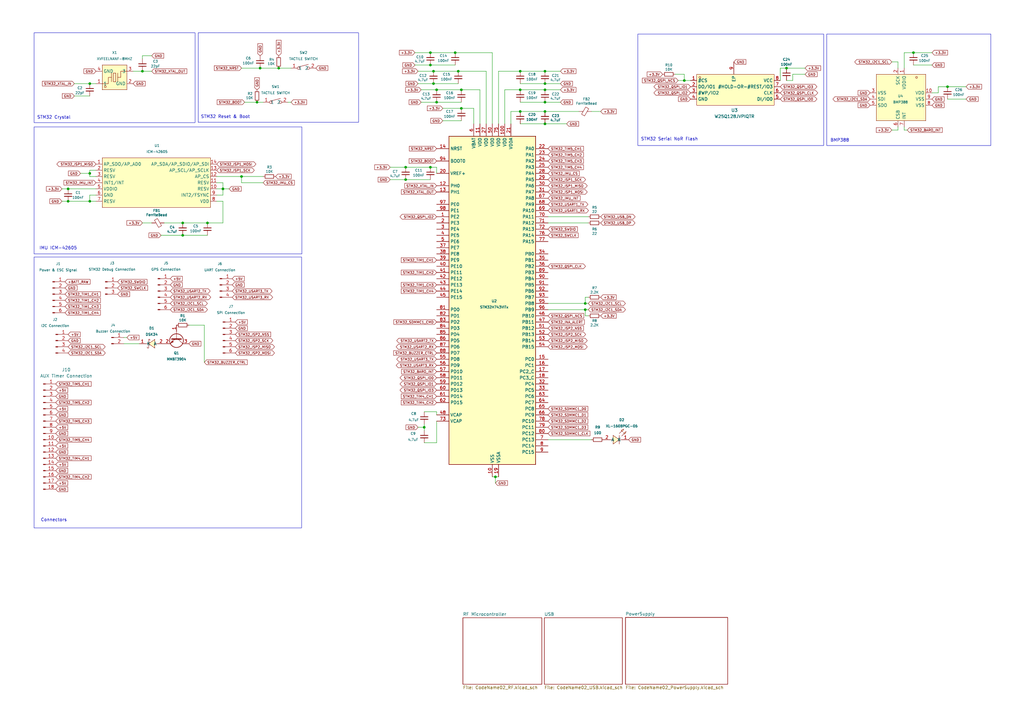
<source format=kicad_sch>
(kicad_sch (version 20250114) (generator "eeschema") (generator_version "9.0")
  (paper "A3")
  (rectangle (start 13.97 52.07) (end 123.825 104.14))
  (rectangle (start 261.62 13.97) (end 337.82 59.69))
  (rectangle (start 13.97 13.462) (end 80.01 50.292))
  (rectangle (start 13.97 105.41) (end 123.698 216.535))
  (rectangle (start 339.09 13.97) (end 406.4 59.69))
  (rectangle (start 81.28 13.462) (end 147.066 50.165))
  (text "STM32 Crystal" (at 22.098 48.26 0) (effects (font (size 1.27 1.27))))
  (text "STM32 Reset & Boot" (at 92.456 48.006 0) (effects (font (size 1.27 1.27))))
  (text "Connectors" (at 22.098 213.36 0) (effects (font (size 1.27 1.27))))
  (text "BMP388" (at 344.424 57.658 0) (effects (font (size 1.27 1.27))))
  (text "STM32 Serial NoR Flash" (at 274.574 57.15 0) (effects (font (size 1.27 1.27))))
  (text "IMU ICM-42605" (at 23.876 101.854 0) (effects (font (size 1.27 1.27))))
  (junction (at 213.36 36.83))
  (junction (at 36.83 82.55))
  (junction (at 74.93 96.52))
  (junction (at 186.69 21.59))
  (junction (at 105.41 41.91))
  (junction (at 99.06 72.39))
  (junction (at 36.83 71.12))
  (junction (at 177.8 34.29))
  (junction (at 91.44 77.47))
  (junction (at 213.36 45.72))
  (junction (at 203.2 195.58))
  (junction (at 213.36 29.21))
  (junction (at 223.52 45.72))
  (junction (at 223.52 36.83))
  (junction (at 177.8 29.21))
  (junction (at 322.58 27.94))
  (junction (at 189.23 36.83))
  (junction (at 74.93 91.44))
  (junction (at 114.3 27.94))
  (junction (at 166.37 73.66))
  (junction (at 223.52 41.91))
  (junction (at 223.52 50.8))
  (junction (at 189.23 44.45))
  (junction (at 374.65 21.59))
  (junction (at 179.07 41.91))
  (junction (at 106.68 27.94))
  (junction (at 36.83 34.29))
  (junction (at 58.42 29.21))
  (junction (at 176.53 68.58))
  (junction (at 173.99 175.26))
  (junction (at 240.03 127))
  (junction (at 223.52 34.29))
  (junction (at 223.52 29.21))
  (junction (at 388.62 35.56))
  (junction (at 176.53 26.67))
  (junction (at 166.37 68.58))
  (junction (at 280.67 33.02))
  (junction (at 187.96 29.21))
  (junction (at 85.09 91.44))
  (junction (at 27.94 82.55))
  (junction (at 179.07 36.83))
  (junction (at 176.53 21.59))
  (junction (at 240.03 124.46))
  (junction (at 27.94 77.47))
  (wire (pts (xy 179.07 41.91) (xy 189.23 41.91)))
  (wire (pts (xy 58.42 22.86) (xy 58.42 24.13)))
  (wire (pts (xy 370.84 53.34) (xy 370.84 52.07)))
  (wire (pts (xy 85.09 91.44) (xy 91.44 91.44)))
  (wire (pts (xy 240.03 127) (xy 241.3 127)))
  (wire (pts (xy 39.37 80.01) (xy 36.83 80.01)))
  (wire (pts (xy 74.93 96.52) (xy 66.04 96.52)))
  (wire (pts (xy 330.2 30.48) (xy 325.12 30.48)))
  (wire (pts (xy 173.99 175.26) (xy 171.45 175.26)))
  (wire (pts (xy 229.87 29.21) (xy 223.52 29.21)))
  (wire (pts (xy 172.72 36.83) (xy 179.07 36.83)))
  (wire (pts (xy 207.01 36.83) (xy 207.01 50.8)))
  (wire (pts (xy 88.9 77.47) (xy 91.44 77.47)))
  (wire (pts (xy 224.79 91.44) (xy 241.3 91.44)))
  (wire (pts (xy 36.83 80.01) (xy 36.83 82.55)))
  (wire (pts (xy 107.95 72.39) (xy 99.06 72.39)))
  (wire (pts (xy 199.39 29.21) (xy 199.39 50.8)))
  (wire (pts (xy 58.42 29.21) (xy 62.23 29.21)))
  (wire (pts (xy 224.79 124.46) (xy 240.03 124.46)))
  (wire (pts (xy 99.06 74.93) (xy 107.95 74.93)))
  (wire (pts (xy 372.11 53.34) (xy 370.84 53.34)))
  (wire (pts (xy 50.8 138.43) (xy 52.07 138.43)))
  (wire (pts (xy 179.07 170.18) (xy 179.07 168.91)))
  (wire (pts (xy 223.52 34.29) (xy 213.36 34.29)))
  (wire (pts (xy 50.8 140.97) (xy 57.15 140.97)))
  (wire (pts (xy 88.9 74.93) (xy 91.44 74.93)))
  (wire (pts (xy 27.94 82.55) (xy 36.83 82.55)))
  (wire (pts (xy 88.9 72.39) (xy 99.06 72.39)))
  (wire (pts (xy 36.83 72.39) (xy 39.37 72.39)))
  (wire (pts (xy 388.62 35.56) (xy 396.24 35.56)))
  (wire (pts (xy 384.81 35.56) (xy 388.62 35.56)))
  (wire (pts (xy 365.76 25.4) (xy 368.3 25.4)))
  (wire (pts (xy 213.36 29.21) (xy 204.47 29.21)))
  (wire (pts (xy 240.03 129.54) (xy 240.03 127)))
  (wire (pts (xy 171.45 34.29) (xy 177.8 34.29)))
  (wire (pts (xy 201.93 195.58) (xy 203.2 195.58)))
  (wire (pts (xy 99.06 74.93) (xy 99.06 72.39)))
  (wire (pts (xy 25.4 82.55) (xy 27.94 82.55)))
  (wire (pts (xy 320.04 33.02) (xy 320.04 27.94)))
  (wire (pts (xy 203.2 195.58) (xy 204.47 195.58)))
  (wire (pts (xy 223.52 29.21) (xy 213.36 29.21)))
  (wire (pts (xy 118.11 41.91) (xy 119.38 41.91)))
  (wire (pts (xy 83.82 133.35) (xy 77.47 133.35)))
  (wire (pts (xy 240.03 124.46) (xy 241.3 124.46)))
  (wire (pts (xy 241.3 129.54) (xy 240.03 129.54)))
  (wire (pts (xy 36.83 34.29) (xy 39.37 34.29)))
  (wire (pts (xy 36.83 82.55) (xy 39.37 82.55)))
  (wire (pts (xy 91.44 82.55) (xy 88.9 82.55)))
  (wire (pts (xy 229.87 36.83) (xy 223.52 36.83)))
  (wire (pts (xy 160.02 73.66) (xy 166.37 73.66)))
  (wire (pts (xy 229.87 34.29) (xy 223.52 34.29)))
  (wire (pts (xy 36.83 71.12) (xy 33.02 71.12)))
  (wire (pts (xy 106.68 27.94) (xy 114.3 27.94)))
  (wire (pts (xy 374.65 21.59) (xy 382.27 21.59)))
  (wire (pts (xy 166.37 68.58) (xy 176.53 68.58)))
  (wire (pts (xy 173.99 173.99) (xy 173.99 175.26)))
  (wire (pts (xy 388.62 40.64) (xy 396.24 40.64)))
  (wire (pts (xy 36.83 69.85) (xy 36.83 71.12)))
  (wire (pts (xy 320.04 27.94) (xy 322.58 27.94)))
  (wire (pts (xy 213.36 36.83) (xy 207.01 36.83)))
  (wire (pts (xy 91.44 80.01) (xy 91.44 77.47)))
  (wire (pts (xy 240.03 121.92) (xy 240.03 124.46)))
  (wire (pts (xy 173.99 175.26) (xy 173.99 176.53)))
  (wire (pts (xy 36.83 69.85) (xy 39.37 69.85)))
  (wire (pts (xy 204.47 29.21) (xy 204.47 50.8)))
  (wire (pts (xy 223.52 41.91) (xy 213.36 41.91)))
  (wire (pts (xy 368.3 25.4) (xy 368.3 27.94)))
  (wire (pts (xy 189.23 44.45) (xy 194.31 44.45)))
  (wire (pts (xy 203.2 198.12) (xy 203.2 195.58)))
  (wire (pts (xy 91.44 77.47) (xy 93.98 77.47)))
  (wire (pts (xy 224.79 127) (xy 240.03 127)))
  (wire (pts (xy 209.55 45.72) (xy 209.55 50.8)))
  (wire (pts (xy 91.44 91.44) (xy 91.44 82.55)))
  (wire (pts (xy 370.84 21.59) (xy 374.65 21.59)))
  (wire (pts (xy 91.44 74.93) (xy 91.44 77.47)))
  (wire (pts (xy 194.31 44.45) (xy 194.31 50.8)))
  (wire (pts (xy 179.07 168.91) (xy 173.99 168.91)))
  (wire (pts (xy 99.06 27.94) (xy 106.68 27.94)))
  (wire (pts (xy 74.93 91.44) (xy 67.31 91.44)))
  (wire (pts (xy 368.3 52.07) (xy 368.3 53.34)))
  (wire (pts (xy 278.13 33.02) (xy 280.67 33.02)))
  (wire (pts (xy 241.3 121.92) (xy 240.03 121.92)))
  (wire (pts (xy 176.53 26.67) (xy 186.69 26.67)))
  (wire (pts (xy 280.67 33.02) (xy 283.21 33.02)))
  (wire (pts (xy 201.93 21.59) (xy 201.93 50.8)))
  (wire (pts (xy 85.09 91.44) (xy 74.93 91.44)))
  (wire (pts (xy 196.85 36.83) (xy 196.85 50.8)))
  (wire (pts (xy 322.58 33.02) (xy 325.12 33.02)))
  (wire (pts (xy 213.36 45.72) (xy 223.52 45.72)))
  (wire (pts (xy 179.07 181.61) (xy 173.99 181.61)))
  (wire (pts (xy 30.48 39.37) (xy 36.83 39.37)))
  (wire (pts (xy 223.52 45.72) (xy 237.49 45.72)))
  (wire (pts (xy 384.81 38.1) (xy 384.81 35.56)))
  (wire (pts (xy 58.42 91.44) (xy 62.23 91.44)))
  (wire (pts (xy 177.8 34.29) (xy 187.96 34.29)))
  (wire (pts (xy 370.84 27.94) (xy 370.84 21.59)))
  (wire (pts (xy 229.87 41.91) (xy 223.52 41.91)))
  (wire (pts (xy 170.18 26.67) (xy 176.53 26.67)))
  (wire (pts (xy 176.53 21.59) (xy 186.69 21.59)))
  (wire (pts (xy 223.52 36.83) (xy 213.36 36.83)))
  (wire (pts (xy 27.94 77.47) (xy 39.37 77.47)))
  (wire (pts (xy 105.41 41.91) (xy 107.95 41.91)))
  (wire (pts (xy 85.09 96.52) (xy 74.93 96.52)))
  (wire (pts (xy 374.65 26.67) (xy 382.27 26.67)))
  (wire (pts (xy 114.3 27.94) (xy 119.38 27.94)))
  (wire (pts (xy 189.23 36.83) (xy 196.85 36.83)))
  (wire (pts (xy 246.38 45.72) (xy 242.57 45.72)))
  (wire (pts (xy 179.07 36.83) (xy 189.23 36.83)))
  (wire (pts (xy 172.72 41.91) (xy 179.07 41.91)))
  (wire (pts (xy 88.9 80.01) (xy 91.44 80.01)))
  (wire (pts (xy 83.82 148.59) (xy 83.82 133.35)))
  (wire (pts (xy 30.48 34.29) (xy 36.83 34.29)))
  (wire (pts (xy 181.61 44.45) (xy 189.23 44.45)))
  (wire (pts (xy 160.02 68.58) (xy 166.37 68.58)))
  (wire (pts (xy 177.8 29.21) (xy 187.96 29.21)))
  (wire (pts (xy 382.27 38.1) (xy 384.81 38.1)))
  (wire (pts (xy 100.33 41.91) (xy 105.41 41.91)))
  (wire (pts (xy 213.36 50.8) (xy 223.52 50.8)))
  (wire (pts (xy 223.52 50.8) (xy 232.41 50.8)))
  (wire (pts (xy 62.23 22.86) (xy 58.42 22.86)))
  (wire (pts (xy 322.58 27.94) (xy 330.2 27.94)))
  (wire (pts (xy 170.18 21.59) (xy 176.53 21.59)))
  (wire (pts (xy 280.67 30.48) (xy 280.67 33.02)))
  (wire (pts (xy 186.69 21.59) (xy 201.93 21.59)))
  (wire (pts (xy 368.3 53.34) (xy 365.76 53.34)))
  (wire (pts (xy 25.4 77.47) (xy 27.94 77.47)))
  (wire (pts (xy 171.45 29.21) (xy 177.8 29.21)))
  (wire (pts (xy 276.86 30.48) (xy 280.67 30.48)))
  (wire (pts (xy 166.37 73.66) (xy 176.53 73.66)))
  (wire (pts (xy 181.61 49.53) (xy 189.23 49.53)))
  (wire (pts (xy 176.53 68.58) (xy 179.07 68.58)))
  (wire (pts (xy 213.36 45.72) (xy 209.55 45.72)))
  (wire (pts (xy 179.07 172.72) (xy 179.07 181.61)))
  (wire (pts (xy 187.96 29.21) (xy 199.39 29.21)))
  (wire (pts (xy 54.61 29.21) (xy 58.42 29.21)))
  (wire (pts (xy 36.83 71.12) (xy 36.83 72.39)))
  (wire (pts (xy 325.12 30.48) (xy 325.12 33.02)))
  (wire (pts (xy 224.79 88.9) (xy 241.3 88.9)))
  (wire (pts (xy 179.07 68.58) (xy 179.07 71.12)))
  (wire (pts (xy 224.79 180.34) (xy 242.57 180.34)))
  (global_label "GND" (shape input) (at 382.27 40.64 0) (effects (font (size 1 1))) (property "Intersheetrefs" "${INTERSHEET_REFS}" (effects (hide yes))))
  (global_label "GND" (shape input) (at 129.54 27.94 0) (effects (font (size 1 1))) (property "Intersheetrefs" "${INTERSHEET_REFS}" (effects (hide yes))))
  (global_label "STM32_BOOT" (shape input) (at 179.07 66.04 180) (effects (font (size 1 1))) (property "Intersheetrefs" "${INTERSHEET_REFS}" (effects (hide yes))))
  (global_label "STM32_SWDIO" (shape input) (at 48.26 115.57 0) (effects (font (size 1 1))) (property "Intersheetrefs" "${INTERSHEET_REFS}" (effects (hide yes))))
  (global_label "STM32_ISP1_MISO" (shape bidirectional) (at 39.37 67.31 180) (effects (font (size 1 1))) (property "Intersheetrefs" "${INTERSHEET_REFS}" (effects (hide yes))))
  (global_label "+5V" (shape input) (at 52.07 138.43 0) (effects (font (size 1 1))) (property "Intersheetrefs" "${INTERSHEET_REFS}" (effects (hide yes))))
  (global_label "+3.3V" (shape input) (at 271.78 30.48 180) (effects (font (size 1 1))) (property "Intersheetrefs" "${INTERSHEET_REFS}" (effects (hide yes))))
  (global_label "STM32_TIM1_CH2" (shape input) (at 179.07 111.76 180) (effects (font (size 1 1))) (property "Intersheetrefs" "${INTERSHEET_REFS}" (effects (hide yes))))
  (global_label "GND" (shape input) (at 96.52 134.62 0) (effects (font (size 1 1))) (property "Intersheetrefs" "${INTERSHEET_REFS}" (effects (hide yes))))
  (global_label "STM32_TIM4_CH1" (shape input) (at 22.86 187.96 0) (effects (font (size 1 1))) (property "Intersheetrefs" "${INTERSHEET_REFS}" (effects (hide yes))))
  (global_label "+3.3V" (shape input) (at 170.18 21.59 180) (effects (font (size 1 1))) (property "Intersheetrefs" "${INTERSHEET_REFS}" (effects (hide yes))))
  (global_label "STM32_QSPI_CLK" (shape bidirectional) (at 224.79 109.22 0) (effects (font (size 1 1))) (property "Intersheetrefs" "${INTERSHEET_REFS}" (effects (hide yes))))
  (global_label "GND" (shape input) (at 229.87 34.29 0) (effects (font (size 1 1))) (property "Intersheetrefs" "${INTERSHEET_REFS}" (effects (hide yes))))
  (global_label "GND" (shape input) (at 22.86 162.56 0) (effects (font (size 1 1))) (property "Intersheetrefs" "${INTERSHEET_REFS}" (effects (hide yes))))
  (global_label "STM32_USART2_RX" (shape bidirectional) (at 69.85 121.92 0) (effects (font (size 1 1))) (property "Intersheetrefs" "${INTERSHEET_REFS}" (effects (hide yes))))
  (global_label "STM32_ISP2_MOSI" (shape bidirectional) (at 96.52 144.78 0) (effects (font (size 1 1))) (property "Intersheetrefs" "${INTERSHEET_REFS}" (effects (hide yes))))
  (global_label "STM32_ISP1_SCK" (shape bidirectional) (at 224.79 73.66 0) (effects (font (size 1 1))) (property "Intersheetrefs" "${INTERSHEET_REFS}" (effects (hide yes))))
  (global_label "STM32_QSPI_NCS" (shape input) (at 278.13 33.02 180) (effects (font (size 1 1))) (property "Intersheetrefs" "${INTERSHEET_REFS}" (effects (hide yes))))
  (global_label "GND" (shape input) (at 356.87 43.18 180) (effects (font (size 1 1))) (property "Intersheetrefs" "${INTERSHEET_REFS}" (effects (hide yes))))
  (global_label "STM32_I2C1_SCL" (shape bidirectional) (at 69.85 124.46 0) (effects (font (size 1 1))) (property "Intersheetrefs" "${INTERSHEET_REFS}" (effects (hide yes))))
  (global_label "STM32_TIM1_CH1" (shape input) (at 179.07 106.68 180) (effects (font (size 1 1))) (property "Intersheetrefs" "${INTERSHEET_REFS}" (effects (hide yes))))
  (global_label "STM32_I2C1_SDA" (shape bidirectional) (at 356.87 40.64 180) (effects (font (size 1 1))) (property "Intersheetrefs" "${INTERSHEET_REFS}" (effects (hide yes))))
  (global_label "GND" (shape input) (at 22.86 200.66 0) (effects (font (size 1 1))) (property "Intersheetrefs" "${INTERSHEET_REFS}" (effects (hide yes))))
  (global_label "+3.3V" (shape input) (at 113.03 72.39 0) (effects (font (size 1 1))) (property "Intersheetrefs" "${INTERSHEET_REFS}" (effects (hide yes))))
  (global_label "+5V" (shape input) (at 27.94 137.16 0) (effects (font (size 1 1))) (property "Intersheetrefs" "${INTERSHEET_REFS}" (effects (hide yes))))
  (global_label "GND" (shape input) (at 382.27 43.18 0) (effects (font (size 1 1))) (property "Intersheetrefs" "${INTERSHEET_REFS}" (effects (hide yes))))
  (global_label "GND" (shape input) (at 69.85 116.84 0) (effects (font (size 1 1))) (property "Intersheetrefs" "${INTERSHEET_REFS}" (effects (hide yes))))
  (global_label "STM32_QSPI_IO0" (shape bidirectional) (at 320.04 40.64 0) (effects (font (size 1 1))) (property "Intersheetrefs" "${INTERSHEET_REFS}" (effects (hide yes))))
  (global_label "+3.3V" (shape input) (at 229.87 29.21 0) (effects (font (size 1 1))) (property "Intersheetrefs" "${INTERSHEET_REFS}" (effects (hide yes))))
  (global_label "STM32_BOOT" (shape input) (at 100.33 41.91 180) (effects (font (size 1 1))) (property "Intersheetrefs" "${INTERSHEET_REFS}" (effects (hide yes))))
  (global_label "GND" (shape input) (at 105.41 36.83 90) (effects (font (size 1 1))) (property "Intersheetrefs" "${INTERSHEET_REFS}" (effects (hide yes))))
  (global_label "+5V" (shape input) (at 69.85 114.3 0) (effects (font (size 1 1))) (property "Intersheetrefs" "${INTERSHEET_REFS}" (effects (hide yes))))
  (global_label "+3.3V" (shape input) (at 160.02 68.58 180) (effects (font (size 1 1))) (property "Intersheetrefs" "${INTERSHEET_REFS}" (effects (hide yes))))
  (global_label "GND" (shape input) (at 181.61 49.53 180) (effects (font (size 1 1))) (property "Intersheetrefs" "${INTERSHEET_REFS}" (effects (hide yes))))
  (global_label "+3.3V" (shape input) (at 382.27 21.59 0) (effects (font (size 1 1))) (property "Intersheetrefs" "${INTERSHEET_REFS}" (effects (hide yes))))
  (global_label "STM32_XTAL_OUT" (shape input) (at 179.07 78.74 180) (effects (font (size 1 1))) (property "Intersheetrefs" "${INTERSHEET_REFS}" (effects (hide yes))))
  (global_label "+3.3V" (shape input) (at 246.38 121.92 0) (effects (font (size 1 1))) (property "Intersheetrefs" "${INTERSHEET_REFS}" (effects (hide yes))))
  (global_label "+3.3V" (shape input) (at 172.72 36.83 180) (effects (font (size 1 1))) (property "Intersheetrefs" "${INTERSHEET_REFS}" (effects (hide yes))))
  (global_label "STM32_INA_ALERT" (shape input) (at 224.79 132.08 0) (effects (font (size 1 1))) (property "Intersheetrefs" "${INTERSHEET_REFS}" (effects (hide yes))))
  (global_label "STM32_I2C1_SDA" (shape bidirectional) (at 27.94 144.78 0) (effects (font (size 1 1))) (property "Intersheetrefs" "${INTERSHEET_REFS}" (effects (hide yes))))
  (global_label "GND" (shape input) (at 22.86 177.8 0) (effects (font (size 1 1))) (property "Intersheetrefs" "${INTERSHEET_REFS}" (effects (hide yes))))
  (global_label "STM32_ISP2_NSS" (shape input) (at 96.52 137.16 0) (effects (font (size 1 1))) (property "Intersheetrefs" "${INTERSHEET_REFS}" (effects (hide yes))))
  (global_label "STM32_SWCLK" (shape input) (at 224.79 96.52 0) (effects (font (size 1 1))) (property "Intersheetrefs" "${INTERSHEET_REFS}" (effects (hide yes))))
  (global_label "STM32_ISP1_MOSI" (shape bidirectional) (at 224.79 78.74 0) (effects (font (size 1 1))) (property "Intersheetrefs" "${INTERSHEET_REFS}" (effects (hide yes))))
  (global_label "+5V" (shape input) (at 22.86 167.64 0) (effects (font (size 1 1))) (property "Intersheetrefs" "${INTERSHEET_REFS}" (effects (hide yes))))
  (global_label "STM32_BUZZER_CTRL" (shape input) (at 179.07 144.78 180) (effects (font (size 1 1))) (property "Intersheetrefs" "${INTERSHEET_REFS}" (effects (hide yes))))
  (global_label "GND" (shape input) (at 25.4 82.55 180) (effects (font (size 1 1))) (property "Intersheetrefs" "${INTERSHEET_REFS}" (effects (hide yes))))
  (global_label "GND" (shape input) (at 356.87 38.1 180) (effects (font (size 1 1))) (property "Intersheetrefs" "${INTERSHEET_REFS}" (effects (hide yes))))
  (global_label "STM32_USART2_TX" (shape bidirectional) (at 69.85 119.38 0) (effects (font (size 1 1))) (property "Intersheetrefs" "${INTERSHEET_REFS}" (effects (hide yes))))
  (global_label "STM32_ISP2_SCK" (shape bidirectional) (at 224.79 137.16 0) (effects (font (size 1 1))) (property "Intersheetrefs" "${INTERSHEET_REFS}" (effects (hide yes))))
  (global_label "GND" (shape input) (at 171.45 175.26 180) (effects (font (size 1 1))) (property "Intersheetrefs" "${INTERSHEET_REFS}" (effects (hide yes))))
  (global_label "+5V" (shape input) (at 22.86 190.5 0) (effects (font (size 1 1))) (property "Intersheetrefs" "${INTERSHEET_REFS}" (effects (hide yes))))
  (global_label "+3.3V" (shape input) (at 330.2 27.94 0) (effects (font (size 1 1))) (property "Intersheetrefs" "${INTERSHEET_REFS}" (effects (hide yes))))
  (global_label "STM32_I2C1_SDA" (shape bidirectional) (at 69.85 127 0) (effects (font (size 1 1))) (property "Intersheetrefs" "${INTERSHEET_REFS}" (effects (hide yes))))
  (global_label "GND" (shape input) (at 93.98 77.47 0) (effects (font (size 1 1))) (property "Intersheetrefs" "${INTERSHEET_REFS}" (effects (hide yes))))
  (global_label "GND" (shape input) (at 39.37 29.21 180) (effects (font (size 1 1))) (property "Intersheetrefs" "${INTERSHEET_REFS}" (effects (hide yes))))
  (global_label "GND" (shape input) (at 27.94 139.7 0) (effects (font (size 1 1))) (property "Intersheetrefs" "${INTERSHEET_REFS}" (effects (hide yes))))
  (global_label "+3.3V" (shape input) (at 396.24 35.56 0) (effects (font (size 1 1))) (property "Intersheetrefs" "${INTERSHEET_REFS}" (effects (hide yes))))
  (global_label "STM32_TIM4_CH2" (shape input) (at 22.86 195.58 0) (effects (font (size 1 1))) (property "Intersheetrefs" "${INTERSHEET_REFS}" (effects (hide yes))))
  (global_label "STM32_ISP1_MOSI" (shape bidirectional) (at 88.9 67.31 0) (effects (font (size 1 1))) (property "Intersheetrefs" "${INTERSHEET_REFS}" (effects (hide yes))))
  (global_label "GND" (shape input) (at 170.18 26.67 180) (effects (font (size 1 1))) (property "Intersheetrefs" "${INTERSHEET_REFS}" (effects (hide yes))))
  (global_label "GND" (shape input) (at 22.86 193.04 0) (effects (font (size 1 1))) (property "Intersheetrefs" "${INTERSHEET_REFS}" (effects (hide yes))))
  (global_label "GND" (shape input) (at 22.86 170.18 0) (effects (font (size 1 1))) (property "Intersheetrefs" "${INTERSHEET_REFS}" (effects (hide yes))))
  (global_label "+3.3V" (shape input) (at 365.76 53.34 180) (effects (font (size 1 1))) (property "Intersheetrefs" "${INTERSHEET_REFS}" (effects (hide yes))))
  (global_label "STM32_I2C1_SCL" (shape bidirectional) (at 365.76 25.4 180) (effects (font (size 1 1))) (property "Intersheetrefs" "${INTERSHEET_REFS}" (effects (hide yes))))
  (global_label "STM32_USART2_TX" (shape bidirectional) (at 179.07 139.7 180) (effects (font (size 1 1))) (property "Intersheetrefs" "${INTERSHEET_REFS}" (effects (hide yes))))
  (global_label "+5V" (shape input) (at 22.86 160.02 0) (effects (font (size 1 1))) (property "Intersheetrefs" "${INTERSHEET_REFS}" (effects (hide yes))))
  (global_label "STM32_TIM5_CH2" (shape input) (at 22.86 165.1 0) (effects (font (size 1 1))) (property "Intersheetrefs" "${INTERSHEET_REFS}" (effects (hide yes))))
  (global_label "STM32_BARO_INT" (shape input) (at 179.07 152.4 180) (effects (font (size 1 1))) (property "Intersheetrefs" "${INTERSHEET_REFS}" (effects (hide yes))))
  (global_label "STM32_IMU_CS" (shape input) (at 224.79 71.12 0) (effects (font (size 1 1))) (property "Intersheetrefs" "${INTERSHEET_REFS}" (effects (hide yes))))
  (global_label "+5V" (shape input) (at 22.86 198.12 0) (effects (font (size 1 1))) (property "Intersheetrefs" "${INTERSHEET_REFS}" (effects (hide yes))))
  (global_label "STM32_NRST" (shape input) (at 99.06 27.94 180) (effects (font (size 1 1))) (property "Intersheetrefs" "${INTERSHEET_REFS}" (effects (hide yes))))
  (global_label "STM32_SWDIO" (shape input) (at 224.79 93.98 0) (effects (font (size 1 1))) (property "Intersheetrefs" "${INTERSHEET_REFS}" (effects (hide yes))))
  (global_label "GND" (shape input) (at 26.67 118.11 0) (effects (font (size 1 1))) (property "Intersheetrefs" "${INTERSHEET_REFS}" (effects (hide yes))))
  (global_label "STM32_XTAL_OUT" (shape input) (at 62.23 29.21 0) (effects (font (size 1 1))) (property "Intersheetrefs" "${INTERSHEET_REFS}" (effects (hide yes))))
  (global_label "STM32_TIM5_CH1" (shape input) (at 224.79 60.96 0) (effects (font (size 1 1))) (property "Intersheetrefs" "${INTERSHEET_REFS}" (effects (hide yes))))
  (global_label "STM32_TIM5_CH3" (shape input) (at 224.79 66.04 0) (effects (font (size 1 1))) (property "Intersheetrefs" "${INTERSHEET_REFS}" (effects (hide yes))))
  (global_label "STM32_TIM1_CH2" (shape input) (at 26.67 123.19 0) (effects (font (size 1 1))) (property "Intersheetrefs" "${INTERSHEET_REFS}" (effects (hide yes))))
  (global_label "STM32_QSPI_IO0" (shape bidirectional) (at 179.07 154.94 180) (effects (font (size 1 1))) (property "Intersheetrefs" "${INTERSHEET_REFS}" (effects (hide yes))))
  (global_label "GND" (shape input) (at 172.72 41.91 180) (effects (font (size 1 1))) (property "Intersheetrefs" "${INTERSHEET_REFS}" (effects (hide yes))))
  (global_label "STM32_ISP2_SCK" (shape bidirectional) (at 96.52 139.7 0) (effects (font (size 1 1))) (property "Intersheetrefs" "${INTERSHEET_REFS}" (effects (hide yes))))
  (global_label "+3.3V" (shape input) (at 181.61 44.45 180) (effects (font (size 1 1))) (property "Intersheetrefs" "${INTERSHEET_REFS}" (effects (hide yes))))
  (global_label "GND" (shape input) (at 382.27 26.67 0) (effects (font (size 1 1))) (property "Intersheetrefs" "${INTERSHEET_REFS}" (effects (hide yes))))
  (global_label "STM32_ISP2_MISO" (shape bidirectional) (at 96.52 142.24 0) (effects (font (size 1 1))) (property "Intersheetrefs" "${INTERSHEET_REFS}" (effects (hide yes))))
  (global_label "GND" (shape input) (at 77.47 140.97 0) (effects (font (size 1 1))) (property "Intersheetrefs" "${INTERSHEET_REFS}" (effects (hide yes))))
  (global_label "STM32_QSPI_NCS" (shape input) (at 224.79 129.54 0) (effects (font (size 1 1))) (property "Intersheetrefs" "${INTERSHEET_REFS}" (effects (hide yes))))
  (global_label "STM32_SDMMC1_D0" (shape input) (at 224.79 167.64 0) (effects (font (size 1 1))) (property "Intersheetrefs" "${INTERSHEET_REFS}" (effects (hide yes))))
  (global_label "STM32_TIM1_CH4" (shape input) (at 179.07 119.38 180) (effects (font (size 1 1))) (property "Intersheetrefs" "${INTERSHEET_REFS}" (effects (hide yes))))
  (global_label "STM32_XTAL_IN" (shape input) (at 30.48 34.29 180) (effects (font (size 1 1))) (property "Intersheetrefs" "${INTERSHEET_REFS}" (effects (hide yes))))
  (global_label "STM32_TIM5_CH4" (shape input) (at 22.86 180.34 0) (effects (font (size 1 1))) (property "Intersheetrefs" "${INTERSHEET_REFS}" (effects (hide yes))))
  (global_label "STM32_QSPI_IO1" (shape bidirectional) (at 283.21 35.56 180) (effects (font (size 1 1))) (property "Intersheetrefs" "${INTERSHEET_REFS}" (effects (hide yes))))
  (global_label "STM32_USART3_TX" (shape bidirectional) (at 95.25 119.38 0) (effects (font (size 1 1))) (property "Intersheetrefs" "${INTERSHEET_REFS}" (effects (hide yes))))
  (global_label "STM32_SDMMC1_D3" (shape input) (at 224.79 175.26 0) (effects (font (size 1 1))) (property "Intersheetrefs" "${INTERSHEET_REFS}" (effects (hide yes))))
  (global_label "+3.3V" (shape input) (at 114.3 22.86 90) (effects (font (size 1 1))) (property "Intersheetrefs" "${INTERSHEET_REFS}" (effects (hide yes))))
  (global_label "STM32_SDMMC1_D1" (shape input) (at 224.79 170.18 0) (effects (font (size 1 1))) (property "Intersheetrefs" "${INTERSHEET_REFS}" (effects (hide yes))))
  (global_label "GND" (shape input) (at 300.99 25.4 0) (effects (font (size 1 1))) (property "Intersheetrefs" "${INTERSHEET_REFS}" (effects (hide yes))))
  (global_label "STM32_I2C1_SCL" (shape bidirectional) (at 27.94 142.24 0) (effects (font (size 1 1))) (property "Intersheetrefs" "${INTERSHEET_REFS}" (effects (hide yes))))
  (global_label "STM32_QSPI_IO3" (shape bidirectional) (at 179.07 160.02 180) (effects (font (size 1 1))) (property "Intersheetrefs" "${INTERSHEET_REFS}" (effects (hide yes))))
  (global_label "STM32_ISP2_MISO" (shape bidirectional) (at 224.79 139.7 0) (effects (font (size 1 1))) (property "Intersheetrefs" "${INTERSHEET_REFS}" (effects (hide yes))))
  (global_label "+3.3V" (shape input) (at 171.45 29.21 180) (effects (font (size 1 1))) (property "Intersheetrefs" "${INTERSHEET_REFS}" (effects (hide yes))))
  (global_label "STM32_QSPI_IO2" (shape bidirectional) (at 179.07 88.9 180) (effects (font (size 1 1))) (property "Intersheetrefs" "${INTERSHEET_REFS}" (effects (hide yes))))
  (global_label "STM32_USART3_TX" (shape bidirectional) (at 179.07 147.32 180) (effects (font (size 1 1))) (property "Intersheetrefs" "${INTERSHEET_REFS}" (effects (hide yes))))
  (global_label "+3.3V" (shape input) (at 25.4 77.47 180) (effects (font (size 1 1))) (property "Intersheetrefs" "${INTERSHEET_REFS}" (effects (hide yes))))
  (global_label "GND" (shape input) (at 232.41 50.8 0) (effects (font (size 1 1))) (property "Intersheetrefs" "${INTERSHEET_REFS}" (effects (hide yes))))
  (global_label "STM32_ISP2_NSS" (shape input) (at 224.79 134.62 0) (effects (font (size 1 1))) (property "Intersheetrefs" "${INTERSHEET_REFS}" (effects (hide yes))))
  (global_label "+5V" (shape input) (at 22.86 182.88 0) (effects (font (size 1 1))) (property "Intersheetrefs" "${INTERSHEET_REFS}" (effects (hide yes))))
  (global_label "STM32_TIM1_CH3" (shape input) (at 26.67 125.73 0) (effects (font (size 1 1))) (property "Intersheetrefs" "${INTERSHEET_REFS}" (effects (hide yes))))
  (global_label "STM32_ISP1_SCK" (shape bidirectional) (at 88.9 69.85 0) (effects (font (size 1 1))) (property "Intersheetrefs" "${INTERSHEET_REFS}" (effects (hide yes))))
  (global_label "STM32_IMU_INT" (shape input) (at 39.37 74.93 180) (effects (font (size 1 1))) (property "Intersheetrefs" "${INTERSHEET_REFS}" (effects (hide yes))))
  (global_label "STM32_TIM4_CH1" (shape input) (at 179.07 162.56 180) (effects (font (size 1 1))) (property "Intersheetrefs" "${INTERSHEET_REFS}" (effects (hide yes))))
  (global_label "+5V" (shape input) (at 22.86 175.26 0) (effects (font (size 1 1))) (property "Intersheetrefs" "${INTERSHEET_REFS}" (effects (hide yes))))
  (global_label "GND" (shape input) (at 66.04 96.52 180) (effects (font (size 1 1))) (property "Intersheetrefs" "${INTERSHEET_REFS}" (effects (hide yes))))
  (global_label "GND" (shape input) (at 330.2 30.48 0) (effects (font (size 1 1))) (property "Intersheetrefs" "${INTERSHEET_REFS}" (effects (hide yes))))
  (global_label "GND" (shape input) (at 95.25 116.84 0) (effects (font (size 1 1))) (property "Intersheetrefs" "${INTERSHEET_REFS}" (effects (hide yes))))
  (global_label "+3.3V" (shape input) (at 229.87 36.83 0) (effects (font (size 1 1))) (property "Intersheetrefs" "${INTERSHEET_REFS}" (effects (hide yes))))
  (global_label "STM32_IMU_INT" (shape input) (at 224.79 81.28 0) (effects (font (size 1 1))) (property "Intersheetrefs" "${INTERSHEET_REFS}" (effects (hide yes))))
  (global_label "GND" (shape input) (at 257.81 180.34 0) (effects (font (size 1 1))) (property "Intersheetrefs" "${INTERSHEET_REFS}" (effects (hide yes))))
  (global_label "GND" (shape input) (at 22.86 185.42 0) (effects (font (size 1 1))) (property "Intersheetrefs" "${INTERSHEET_REFS}" (effects (hide yes))))
  (global_label "STM32_NRST" (shape input) (at 179.07 60.96 180) (effects (font (size 1 1))) (property "Intersheetrefs" "${INTERSHEET_REFS}" (effects (hide yes))))
  (global_label "GND" (shape input) (at 229.87 41.91 0) (effects (font (size 1 1))) (property "Intersheetrefs" "${INTERSHEET_REFS}" (effects (hide yes))))
  (global_label "STM32_QSPI_IO2" (shape bidirectional) (at 283.21 38.1 180) (effects (font (size 1 1))) (property "Intersheetrefs" "${INTERSHEET_REFS}" (effects (hide yes))))
  (global_label "GND" (shape input) (at 160.02 73.66 180) (effects (font (size 1 1))) (property "Intersheetrefs" "${INTERSHEET_REFS}" (effects (hide yes))))
  (global_label "+3.3V" (shape input) (at 246.38 45.72 0) (effects (font (size 1 1))) (property "Intersheetrefs" "${INTERSHEET_REFS}" (effects (hide yes))))
  (global_label "STM32_ISP1_MISO" (shape bidirectional) (at 224.79 76.2 0) (effects (font (size 1 1))) (property "Intersheetrefs" "${INTERSHEET_REFS}" (effects (hide yes))))
  (global_label "STM32_USART3_RX" (shape bidirectional) (at 179.07 149.86 180) (effects (font (size 1 1))) (property "Intersheetrefs" "${INTERSHEET_REFS}" (effects (hide yes))))
  (global_label "STM32_USART2_RX" (shape bidirectional) (at 179.07 142.24 180) (effects (font (size 1 1))) (property "Intersheetrefs" "${INTERSHEET_REFS}" (effects (hide yes))))
  (global_label "+3.3V" (shape input) (at 58.42 91.44 180) (effects (font (size 1 1))) (property "Intersheetrefs" "${INTERSHEET_REFS}" (effects (hide yes))))
  (global_label "STM32_TIM5_CH4" (shape input) (at 224.79 68.58 0) (effects (font (size 1 1))) (property "Intersheetrefs" "${INTERSHEET_REFS}" (effects (hide yes))))
  (global_label "+5V" (shape input) (at 96.52 132.08 0) (effects (font (size 1 1))) (property "Intersheetrefs" "${INTERSHEET_REFS}" (effects (hide yes))))
  (global_label "GND" (shape input) (at 54.61 34.29 0) (effects (font (size 1 1))) (property "Intersheetrefs" "${INTERSHEET_REFS}" (effects (hide yes))))
  (global_label "STM32_SDMMC1_D2" (shape input) (at 224.79 172.72 0) (effects (font (size 1 1))) (property "Intersheetrefs" "${INTERSHEET_REFS}" (effects (hide yes))))
  (global_label "STM32_QSPI_IO1" (shape bidirectional) (at 179.07 157.48 180) (effects (font (size 1 1))) (property "Intersheetrefs" "${INTERSHEET_REFS}" (effects (hide yes))))
  (global_label "GND" (shape input) (at 30.48 39.37 180) (effects (font (size 1 1))) (property "Intersheetrefs" "${INTERSHEET_REFS}" (effects (hide yes))))
  (global_label "STM32_TIM1_CH4" (shape input) (at 26.67 128.27 0) (effects (font (size 1 1))) (property "Intersheetrefs" "${INTERSHEET_REFS}" (effects (hide yes))))
  (global_label "STM32_SDMMC1_CLK" (shape input) (at 224.79 177.8 0) (effects (font (size 1 1))) (property "Intersheetrefs" "${INTERSHEET_REFS}" (effects (hide yes))))
  (global_label "+3.3V" (shape input) (at 119.38 41.91 0) (effects (font (size 1 1))) (property "Intersheetrefs" "${INTERSHEET_REFS}" (effects (hide yes))))
  (global_label "STM32_BARO_INT" (shape input) (at 372.11 53.34 0) (effects (font (size 1 1))) (property "Intersheetrefs" "${INTERSHEET_REFS}" (effects (hide yes))))
  (global_label "GND" (shape input) (at 396.24 40.64 0) (effects (font (size 1 1))) (property "Intersheetrefs" "${INTERSHEET_REFS}" (effects (hide yes))))
  (global_label "STM32_TIM4_CH2" (shape input) (at 179.07 165.1 180) (effects (font (size 1 1))) (property "Intersheetrefs" "${INTERSHEET_REFS}" (effects (hide yes))))
  (global_label "GND" (shape input) (at 62.23 22.86 0) (effects (font (size 1 1))) (property "Intersheetrefs" "${INTERSHEET_REFS}" (effects (hide yes))))
  (global_label "STM32_IMU_CS" (shape input) (at 107.95 74.93 0) (effects (font (size 1 1))) (property "Intersheetrefs" "${INTERSHEET_REFS}" (effects (hide yes))))
  (global_label "STM32_I2C1_SDA" (shape bidirectional) (at 241.3 127 0) (effects (font (size 1 1))) (property "Intersheetrefs" "${INTERSHEET_REFS}" (effects (hide yes))))
  (global_label "GND" (shape input) (at 283.21 40.64 180) (effects (font (size 1 1))) (property "Intersheetrefs" "${INTERSHEET_REFS}" (effects (hide yes))))
  (global_label "STM32_SWCLK" (shape input) (at 48.26 118.11 0) (effects (font (size 1 1))) (property "Intersheetrefs" "${INTERSHEET_REFS}" (effects (hide yes))))
  (global_label "STM32_QSPI_CLK" (shape bidirectional) (at 320.04 38.1 0) (effects (font (size 1 1))) (property "Intersheetrefs" "${INTERSHEET_REFS}" (effects (hide yes))))
  (global_label "GND" (shape input) (at 33.02 71.12 180) (effects (font (size 1 1))) (property "Intersheetrefs" "${INTERSHEET_REFS}" (effects (hide yes))))
  (global_label "STM32_QSPI_IO3" (shape bidirectional) (at 320.04 35.56 0) (effects (font (size 1 1))) (property "Intersheetrefs" "${INTERSHEET_REFS}" (effects (hide yes))))
  (global_label "GND" (shape input) (at 48.26 120.65 0) (effects (font (size 1 1))) (property "Intersheetrefs" "${INTERSHEET_REFS}" (effects (hide yes))))
  (global_label "+BATT_RAW" (shape input) (at 26.67 115.57 0) (effects (font (size 1 1))) (property "Intersheetrefs" "${INTERSHEET_REFS}" (effects (hide yes))))
  (global_label "STM32_TIM1_CH1" (shape input) (at 26.67 120.65 0) (effects (font (size 1 1))) (property "Intersheetrefs" "${INTERSHEET_REFS}" (effects (hide yes))))
  (global_label "STM32_USART1_TX" (shape bidirectional) (at 224.79 83.82 0) (effects (font (size 1 1))) (property "Intersheetrefs" "${INTERSHEET_REFS}" (effects (hide yes))))
  (global_label "STM32_USART1_RX" (shape bidirectional) (at 224.79 86.36 0) (effects (font (size 1 1))) (property "Intersheetrefs" "${INTERSHEET_REFS}" (effects (hide yes))))
  (global_label "STM32_BUZZER_CTRL" (shape input) (at 83.82 148.59 0) (effects (font (size 1 1))) (property "Intersheetrefs" "${INTERSHEET_REFS}" (effects (hide yes))))
  (global_label "GND" (shape input) (at 203.2 198.12 0) (effects (font (size 1 1))) (property "Intersheetrefs" "${INTERSHEET_REFS}" (effects (hide yes))))
  (global_label "STM32_USART3_RX" (shape bidirectional) (at 95.25 121.92 0) (effects (font (size 1 1))) (property "Intersheetrefs" "${INTERSHEET_REFS}" (effects (hide yes))))
  (global_label "+5V" (shape input) (at 95.25 114.3 0) (effects (font (size 1 1))) (property "Intersheetrefs" "${INTERSHEET_REFS}" (effects (hide yes))))
  (global_label "GND" (shape input) (at 171.45 34.29 180) (effects (font (size 1 1))) (property "Intersheetrefs" "${INTERSHEET_REFS}" (effects (hide yes))))
  (global_label "STM32_USB_DN" (shape bidirectional) (at 246.38 88.9 0) (effects (font (size 1 1))) (property "Intersheetrefs" "${INTERSHEET_REFS}" (effects (hide yes))))
  (global_label "STM32_USB_DP" (shape bidirectional) (at 246.38 91.44 0) (effects (font (size 1 1))) (property "Intersheetrefs" "${INTERSHEET_REFS}" (effects (hide yes))))
  (global_label "STM32_ISP2_MOSI" (shape bidirectional) (at 224.79 142.24 0) (effects (font (size 1 1))) (property "Intersheetrefs" "${INTERSHEET_REFS}" (effects (hide yes))))
  (global_label "STM32_TIM5_CH2" (shape input) (at 224.79 63.5 0) (effects (font (size 1 1))) (property "Intersheetrefs" "${INTERSHEET_REFS}" (effects (hide yes))))
  (global_label "STM32_XTAL_IN" (shape input) (at 179.07 76.2 180) (effects (font (size 1 1))) (property "Intersheetrefs" "${INTERSHEET_REFS}" (effects (hide yes))))
  (global_label "GND" (shape input) (at 106.68 22.86 90) (effects (font (size 1 1))) (property "Intersheetrefs" "${INTERSHEET_REFS}" (effects (hide yes))))
  (global_label "STM32_TIM5_CH1" (shape input) (at 22.86 157.48 0) (effects (font (size 1 1))) (property "Intersheetrefs" "${INTERSHEET_REFS}" (effects (hide yes))))
  (global_label "STM32_SDMMC1_CMD" (shape input) (at 179.07 132.08 180) (effects (font (size 1 1))) (property "Intersheetrefs" "${INTERSHEET_REFS}" (effects (hide yes))))
  (global_label "STM32_TIM5_CH3" (shape input) (at 22.86 172.72 0) (effects (font (size 1 1))) (property "Intersheetrefs" "${INTERSHEET_REFS}" (effects (hide yes))))
  (global_label "STM32_I2C1_SCL" (shape bidirectional) (at 241.3 124.46 0) (effects (font (size 1 1))) (property "Intersheetrefs" "${INTERSHEET_REFS}" (effects (hide yes))))
  (global_label "STM32_TIM1_CH3" (shape input) (at 179.07 116.84 180) (effects (font (size 1 1))) (property "Intersheetrefs" "${INTERSHEET_REFS}" (effects (hide yes))))
  (global_label "+3.3V" (shape input) (at 246.38 129.54 0) (effects (font (size 1 1))) (property "Intersheetrefs" "${INTERSHEET_REFS}" (effects (hide yes))))
  (symbol (lib_id "easyeda2kicad:XL-1608PGC-06") (at 252.73 182.88 0) (mirror y) (unit 1)
    (property "Reference" "D2" (at 255.016 172.212 0) (effects (font (size 1 1))))
    (property "Value" "XL-1608PGC-06" (at 255.016 174.752 0) (effects (font (size 1 1))))
    (property "Footprint" "easyeda2kicad:LED0603-RD_GREEN" (effects (hide yes)))
    (property "LCSC Part" "C7371905" (effects (hide yes)))
  )
  (symbol (lib_id "Device:C_Small") (at 166.37 71.12 180) (unit 1)
    (property "Reference" "C7" (at 162.052 70.358 0) (effects (font (size 1 1))))
    (property "Value" "4.7uF" (at 162.052 72.136 0) (effects (font (size 1 1))))
    (property "Footprint" "Capacitor_SMD:C_0603_1608Metric" (effects (hide yes)))
    (property "Description" "Unpolarized capacitor, small symbol" (effects (hide yes)))
  )
  (symbol (lib_id "easyeda2kicad:XVFEELNANF-8MHZ") (at 46.99 31.75 0) (unit 1)
    (property "Reference" "X1" (at 46.99 21.59 0) (effects (font (size 1 1))))
    (property "Value" "XVFEELNANF-8MHZ" (at 46.99 24.13 0) (effects (font (size 1 1))))
    (property "Footprint" "easyeda2kicad:CRYSTAL-SMD_4P-L5.0-W3.2-BL-1" (effects (hide yes)))
    (property "LCSC Part" "C5160132" (effects (hide yes)))
  )
  (symbol (lib_id "Device:C_Small") (at 223.52 39.37 0) (mirror x) (unit 1)
    (property "Reference" "C22" (at 227.838 38.608 0) (effects (font (size 1 1))))
    (property "Value" "4.7uF" (at 227.838 40.386 0) (effects (font (size 1 1))))
    (property "Footprint" "Capacitor_SMD:C_0603_1608Metric" (effects (hide yes)))
    (property "Description" "Unpolarized capacitor, small symbol" (effects (hide yes)))
  )
  (symbol (lib_id "Transistor_BJT:MMBT3904") (at 72.39 138.43 270) (unit 1)
    (property "Reference" "Q1" (at 72.39 144.78 90) (effects (font (size 1 1))))
    (property "Value" "MMBT3904" (at 72.39 147.32 90) (effects (font (size 1 1))))
    (property "Footprint" "Package_TO_SOT_SMD:SOT-23" (effects (hide yes)))
    (property "Datasheet" "https://www.onsemi.com/pdf/datasheet/pzt3904-d.pdf" (effects (hide yes)))
    (property "Description" "0.2A Ic, 40V Vce, Small Signal NPN Transistor, SOT-23" (effects (hide yes)))
  )
  (symbol (lib_id "Device:R_Small") (at 114.3 25.4 0) (unit 1)
    (property "Reference" "R4" (at 111.4425 24.4475 0) (effects (font (size 1 1))))
    (property "Value" "10K" (at 111.252 26.162 0) (effects (font (size 1 1))))
    (property "Footprint" "Resistor_SMD:R_0603_1608Metric" (effects (hide yes)))
    (property "Description" "Resistor, small symbol" (effects (hide yes)))
  )
  (symbol (lib_id "Connector:Conn_01x03_Pin") (at 43.18 118.11 0) (unit 1)
    (property "Reference" "J3" (at 45.974 107.95 0) (effects (font (size 1 1))))
    (property "Value" "STM32 Debug Connection" (at 45.974 110.49 0) (effects (font (size 1 1))))
    (property "Footprint" "easyeda2kicad:PinHeader_1x03_P2.54mm_Vertical_Custom" (effects (hide yes)))
    (property "Description" "Generic connector, single row, 01x03, script generated" (effects (hide yes)))
  )
  (symbol (lib_id "easyeda2kicad:ICM-42605") (at 63.5 74.93 0) (unit 1)
    (property "Reference" "U1" (at 64.389 59.69 0) (effects (font (size 1 1))))
    (property "Value" "ICM-42605" (at 64.389 62.23 0) (effects (font (size 1 1))))
    (property "Footprint" "easyeda2kicad:LGA-14_L3.0-W2.5-P0.50-TL" (effects (hide yes)))
    (property "LCSC Part" "C2655099" (effects (hide yes)))
  )
  (symbol (lib_id "Connector:Conn_01x06_Pin") (at 91.44 137.16 0) (unit 1)
    (property "Reference" "J7" (at 94.742 125.73 0) (effects (font (size 1 1))))
    (property "Value" "SPI Connection" (at 94.742 128.27 0) (effects (font (size 1 1))))
    (property "Footprint" "Connector_JST:JST_GH_SM06B-GHS-TB_1x06-1MP_P1.25mm_Horizontal" (effects (hide yes)))
    (property "Description" "Generic connector, single row, 01x06, script generated" (effects (hide yes)))
  )
  (symbol (lib_id "Connector:Conn_01x04_Pin") (at 90.17 116.84 0) (unit 1)
    (property "Reference" "J6" (at 90.17 108.204 0) (effects (font (size 1 1))))
    (property "Value" "UART Connection" (at 90.17 110.744 0) (effects (font (size 1 1))))
    (property "Footprint" "Connector_JST:JST_GH_SM04B-GHS-TB_1x04-1MP_P1.25mm_Horizontal" (effects (hide yes)))
    (property "Description" "Generic connector, single row, 01x04, script generated" (effects (hide yes)))
  )
  (symbol (lib_id "Device:R_Small") (at 274.32 30.48 90) (mirror x) (unit 1)
    (property "Reference" "R10" (at 274.32 26.67 90) (effects (font (size 1 1))))
    (property "Value" "10K" (at 274.32 28.448 90) (effects (font (size 1 1))))
    (property "Footprint" "Resistor_SMD:R_0603_1608Metric" (effects (hide yes)))
    (property "Description" "Resistor, small symbol" (effects (hide yes)))
  )
  (symbol (lib_id "Connector:Conn_01x02_Pin") (at 45.72 138.43 0) (unit 1)
    (property "Reference" "J4" (at 46.355 133.35 0) (effects (font (size 1 1))))
    (property "Value" "Buzzer Connection" (at 46.355 135.89 0) (effects (font (size 1 1))))
    (property "Footprint" "Connector_JST:JST_GH_SM02B-GHS-TB_1x02-1MP_P1.25mm_Horizontal" (effects (hide yes)))
    (property "Description" "Generic connector, single row, 01x02, script generated" (effects (hide yes)))
  )
  (symbol (lib_id "Device:R_Small") (at 243.84 129.54 270) (unit 1)
    (property "Reference" "R8" (at 243.84 131.572 90) (effects (font (size 1 1))))
    (property "Value" "2.2K" (at 243.84 133.35 90) (effects (font (size 1 1))))
    (property "Footprint" "Resistor_SMD:R_0603_1608Metric" (effects (hide yes)))
    (property "Description" "Resistor, small symbol" (effects (hide yes)))
  )
  (symbol (lib_id "Device:C_Small") (at 223.52 48.26 0) (mirror x) (unit 1)
    (property "Reference" "C23" (at 227.838 47.498 0) (effects (font (size 1 1))))
    (property "Value" "4.7uF" (at 227.838 49.276 0) (effects (font (size 1 1))))
    (property "Footprint" "Capacitor_SMD:C_0603_1608Metric" (effects (hide yes)))
    (property "Description" "Unpolarized capacitor, small symbol" (effects (hide yes)))
  )
  (symbol (lib_id "Device:R_Small") (at 243.84 88.9 270) (unit 1)
    (property "Reference" "R5" (at 243.84 85.09 90) (effects (font (size 1 1))))
    (property "Value" "22" (at 243.84 86.868 90) (effects (font (size 1 1))))
    (property "Footprint" "Resistor_SMD:R_0603_1608Metric" (effects (hide yes)))
    (property "Description" "Resistor, small symbol" (effects (hide yes)))
  )
  (symbol (lib_id "Device:C_Small") (at 187.96 31.75 0) (unit 1)
    (property "Reference" "C15" (at 183.134 30.48 0) (effects (font (size 1 1))))
    (property "Value" "100nF" (at 183.134 32.512 0) (effects (font (size 1 1))))
    (property "Footprint" "Capacitor_SMD:C_0603_1608Metric" (effects (hide yes)))
    (property "Description" "Unpolarized capacitor, small symbol" (effects (hide yes)))
  )
  (symbol (lib_id "Device:C_Small") (at 85.09 93.98 0) (unit 1)
    (property "Reference" "C5" (at 80.264 92.71 0) (effects (font (size 1 1))))
    (property "Value" "100nF" (at 80.264 94.742 0) (effects (font (size 1 1))))
    (property "Footprint" "Capacitor_SMD:C_0603_1608Metric" (effects (hide yes)))
    (property "Description" "Unpolarized capacitor, small symbol" (effects (hide yes)))
  )
  (symbol (lib_id "Device:C_Small") (at 36.83 36.83 0) (unit 1)
    (property "Reference" "C2" (at 32.766 36.068 0) (effects (font (size 1 1))))
    (property "Value" "22pF" (at 32.766 38.1 0) (effects (font (size 1 1))))
    (property "Footprint" "Capacitor_SMD:C_0603_1608Metric" (effects (hide yes)))
    (property "Description" "Unpolarized capacitor, small symbol" (effects (hide yes)))
  )
  (symbol (lib_id "Device:C_Small") (at 388.62 38.1 0) (unit 1)
    (property "Reference" "C26" (at 393.192 36.83 0) (effects (font (size 1 1))))
    (property "Value" "100nF" (at 393.192 38.862 0) (effects (font (size 1 1))))
    (property "Footprint" "Capacitor_SMD:C_0603_1608Metric" (effects (hide yes)))
    (property "Description" "Unpolarized capacitor, small symbol" (effects (hide yes)))
  )
  (symbol (lib_id "easyeda2kicad:HX3X4X2-2P-1.6NTACTILESWITCH") (at 124.46 27.94 0) (unit 1)
    (property "Reference" "SW2" (at 124.46 21.59 0) (effects (font (size 1 1))))
    (property "Value" "TACTILE SWITCH" (at 124.46 24.13 0) (effects (font (size 1 1))))
    (property "Footprint" "easyeda2kicad:KEY-SMD_L4.0-W3.0-LS4.9-1" (effects (hide yes)))
    (property "LCSC Part" "C49234124" (effects (hide yes)))
  )
  (symbol (lib_id "Device:C_Small") (at 189.23 39.37 0) (unit 1)
    (property "Reference" "C16" (at 184.404 38.1 0) (effects (font (size 1 1))))
    (property "Value" "100nF" (at 184.404 40.132 0) (effects (font (size 1 1))))
    (property "Footprint" "Capacitor_SMD:C_0603_1608Metric" (effects (hide yes)))
    (property "Description" "Unpolarized capacitor, small symbol" (effects (hide yes)))
  )
  (symbol (lib_id "easyeda2kicad:DSK34_C727076") (at 62.23 140.97 0) (mirror x) (unit 1)
    (property "Reference" "D1" (at 62.23 134.62 0) (effects (font (size 1 1))))
    (property "Value" "DSK34" (at 62.23 137.16 0) (effects (font (size 1 1))))
    (property "Footprint" "easyeda2kicad:SOD-123FL_L2.7-W1.8-LS3.8-RD" (effects (hide yes)))
    (property "Datasheet" "https://lcsc.com/product-detail/Schottky-Barrier-Diodes-SBD_TWGMC-DSK34_C727076.html" (effects (hide yes)))
    (property "LCSC Part" "C727076" (effects (hide yes)))
  )
  (symbol (lib_id "Connector:Conn_01x06_Pin") (at 64.77 119.38 0) (unit 1)
    (property "Reference" "J5" (at 68.072 107.95 0) (effects (font (size 1 1))))
    (property "Value" "GPS Connection" (at 68.072 110.49 0) (effects (font (size 1 1))))
    (property "Footprint" "Connector_JST:JST_GH_SM06B-GHS-TB_1x06-1MP_P1.25mm_Horizontal" (effects (hide yes)))
    (property "Description" "Generic connector, single row, 01x06, script generated" (effects (hide yes)))
  )
  (symbol (lib_id "easyeda2kicad:W25Q128JVPIQTR") (at 300.99 38.1 0) (unit 1)
    (property "Reference" "U3" (at 301.244 45.212 0))
    (property "Value" "W25Q128JVPIQTR" (at 301.244 47.752 0))
    (property "Footprint" "easyeda2kicad:WSON-8_L6.0-W5.0-P1.27-BL" (effects (hide yes)))
    (property "Datasheet" "https://lcsc.com/product-detail/Others_Winbond-Elec-W25Q128JVPIQTR_C190862.html" (effects (hide yes)))
    (property "LCSC Part" "C190862" (effects (hide yes)))
  )
  (symbol (lib_id "Device:C_Small") (at 106.68 25.4 0) (unit 1)
    (property "Reference" "C6" (at 101.854 23.876 0) (effects (font (size 1 1))))
    (property "Value" "100nF" (at 101.854 25.908 0) (effects (font (size 1 1))))
    (property "Footprint" "Capacitor_SMD:C_0603_1608Metric" (effects (hide yes)))
    (property "Description" "Unpolarized capacitor, small symbol" (effects (hide yes)))
  )
  (symbol (lib_id "Device:FerriteBead_Small") (at 64.77 91.44 270) (mirror x) (unit 1)
    (property "Reference" "FB1" (at 64.262 86.36 90) (effects (font (size 1 1))))
    (property "Value" "FerriteBead" (at 64.262 88.138 90) (effects (font (size 1 1))))
    (property "Footprint" "Inductor_SMD:L_0603_1608Metric" (effects (hide yes)))
    (property "Description" "Ferrite bead, small symbol" (effects (hide yes)))
  )
  (symbol (lib_id "Device:C_Small") (at 186.69 24.13 0) (unit 1)
    (property "Reference" "C14" (at 181.864 22.86 0) (effects (font (size 1 1))))
    (property "Value" "100nF" (at 181.864 24.892 0) (effects (font (size 1 1))))
    (property "Footprint" "Capacitor_SMD:C_0603_1608Metric" (effects (hide yes)))
    (property "Description" "Unpolarized capacitor, small symbol" (effects (hide yes)))
  )
  (symbol (lib_id "Device:C_Small") (at 177.8 31.75 180) (unit 1)
    (property "Reference" "C12" (at 173.482 30.988 0) (effects (font (size 1 1))))
    (property "Value" "4.7uF" (at 173.482 32.766 0) (effects (font (size 1 1))))
    (property "Footprint" "Capacitor_SMD:C_0603_1608Metric" (effects (hide yes)))
    (property "Description" "Unpolarized capacitor, small symbol" (effects (hide yes)))
  )
  (symbol (lib_id "easyeda2kicad:BMP388") (at 368.3 39.37 0) (unit 1)
    (property "Reference" "U4" (at 369.316 39.37 0) (effects (font (size 1 1))))
    (property "Value" "BMP388" (at 369.316 41.91 0) (effects (font (size 1 1))))
    (property "Footprint" "easyeda2kicad:SENSORM-SMD_BMP388" (effects (hide yes)))
    (property "LCSC Part" "C779278" (effects (hide yes)))
  )
  (symbol (lib_id "Device:R_Small") (at 74.93 133.35 90) (unit 1)
    (property "Reference" "R1" (at 74.93 129.54 90) (effects (font (size 1 1))))
    (property "Value" "10K" (at 74.93 131.318 90) (effects (font (size 1 1))))
    (property "Footprint" "Resistor_SMD:R_0603_1608Metric" (effects (hide yes)))
    (property "Description" "Resistor, small symbol" (effects (hide yes)))
  )
  (symbol (lib_id "Device:C_Small") (at 189.23 46.99 0) (unit 1)
    (property "Reference" "C17" (at 184.404 45.72 0) (effects (font (size 1 1))))
    (property "Value" "100nF" (at 184.404 47.752 0) (effects (font (size 1 1))))
    (property "Footprint" "Capacitor_SMD:C_0603_1608Metric" (effects (hide yes)))
    (property "Description" "Unpolarized capacitor, small symbol" (effects (hide yes)))
  )
  (symbol (lib_id "easyeda2kicad:HX3X4X2-2P-1.6NTACTILESWITCH") (at 113.03 41.91 0) (unit 1)
    (property "Reference" "SW1" (at 113.03 35.56 0) (effects (font (size 1 1))))
    (property "Value" "TACTILE SWITCH" (at 113.03 38.1 0) (effects (font (size 1 1))))
    (property "Footprint" "easyeda2kicad:KEY-SMD_L4.0-W3.0-LS4.9-1" (effects (hide yes)))
    (property "LCSC Part" "C49234124" (effects (hide yes)))
  )
  (symbol (lib_id "Device:C_Small") (at 173.99 179.07 0) (unit 1)
    (property "Reference" "C9" (at 169.418 177.8 0) (effects (font (size 1 1))))
    (property "Value" "4.7uF" (at 169.418 180.34 0) (effects (font (size 1 1))))
    (property "Footprint" "Capacitor_SMD:C_0603_1608Metric" (effects (hide yes)))
    (property "Description" "Unpolarized capacitor, small symbol" (effects (hide yes)))
  )
  (symbol (lib_id "Device:R_Small") (at 243.84 91.44 270) (unit 1)
    (property "Reference" "R6" (at 243.84 93.98 90) (effects (font (size 1 1))))
    (property "Value" "22" (at 243.84 95.758 90) (effects (font (size 1 1))))
    (property "Footprint" "Resistor_SMD:R_0603_1608Metric" (effects (hide yes)))
    (property "Description" "Resistor, small symbol" (effects (hide yes)))
  )
  (symbol (lib_id "Device:R_Small") (at 243.84 121.92 270) (unit 1)
    (property "Reference" "R7" (at 243.84 118.11 90) (effects (font (size 1 1))))
    (property "Value" "2.2K" (at 243.84 119.888 90) (effects (font (size 1 1))))
    (property "Footprint" "Resistor_SMD:R_0603_1608Metric" (effects (hide yes)))
    (property "Description" "Resistor, small symbol" (effects (hide yes)))
  )
  (symbol (lib_id "Device:C_Small") (at 223.52 31.75 0) (mirror x) (unit 1)
    (property "Reference" "C21" (at 227.838 30.988 0) (effects (font (size 1 1))))
    (property "Value" "4.7uF" (at 227.838 32.766 0) (effects (font (size 1 1))))
    (property "Footprint" "Capacitor_SMD:C_0603_1608Metric" (effects (hide yes)))
    (property "Description" "Unpolarized capacitor, small symbol" (effects (hide yes)))
  )
  (symbol (lib_id "Device:C_Small") (at 74.93 93.98 180) (unit 1)
    (property "Reference" "C4" (at 70.612 93.218 0) (effects (font (size 1 1))))
    (property "Value" "4.7uF" (at 70.612 94.996 0) (effects (font (size 1 1))))
    (property "Footprint" "Capacitor_SMD:C_0603_1608Metric" (effects (hide yes)))
    (property "Description" "Unpolarized capacitor, small symbol" (effects (hide yes)))
  )
  (symbol (lib_id "Device:R_Small") (at 105.41 39.37 0) (unit 1)
    (property "Reference" "R2" (at 102.5525 38.4175 0) (effects (font (size 1 1))))
    (property "Value" "10K" (at 102.362 40.132 0) (effects (font (size 1 1))))
    (property "Footprint" "Resistor_SMD:R_0603_1608Metric" (effects (hide yes)))
    (property "Description" "Resistor, small symbol" (effects (hide yes)))
  )
  (symbol (lib_id "Connector:Conn_01x06_Pin") (at 21.59 120.65 0) (unit 1)
    (property "Reference" "J1" (at 23.876 108.204 0) (effects (font (size 1 1))))
    (property "Value" "Power & ESC Signal" (at 23.876 110.744 0) (effects (font (size 1 1))))
    (property "Footprint" "Connector_JST:JST_GH_SM06B-GHS-TB_1x06-1MP_P1.25mm_Horizontal" (effects (hide yes)))
    (property "Description" "Generic connector, single row, 01x06, script generated" (effects (hide yes)))
  )
  (symbol (lib_id "Device:C_Small") (at 213.36 31.75 0) (mirror y) (unit 1)
    (property "Reference" "C18" (at 218.186 30.48 0) (effects (font (size 1 1))))
    (property "Value" "100nF" (at 218.186 32.512 0) (effects (font (size 1 1))))
    (property "Footprint" "Capacitor_SMD:C_0603_1608Metric" (effects (hide yes)))
    (property "Description" "Unpolarized capacitor, small symbol" (effects (hide yes)))
  )
  (symbol (lib_id "Device:C_Small") (at 176.53 71.12 0) (unit 1)
    (property "Reference" "C11" (at 171.704 69.85 0) (effects (font (size 1 1))))
    (property "Value" "100nF" (at 171.704 71.882 0) (effects (font (size 1 1))))
    (property "Footprint" "Capacitor_SMD:C_0603_1608Metric" (effects (hide yes)))
    (property "Description" "Unpolarized capacitor, small symbol" (effects (hide yes)))
  )
  (symbol (lib_id "Device:C_Small") (at 179.07 39.37 180) (unit 1)
    (property "Reference" "C13" (at 174.752 38.608 0) (effects (font (size 1 1))))
    (property "Value" "4.7uF" (at 174.752 40.386 0) (effects (font (size 1 1))))
    (property "Footprint" "Capacitor_SMD:C_0603_1608Metric" (effects (hide yes)))
    (property "Description" "Unpolarized capacitor, small symbol" (effects (hide yes)))
  )
  (symbol (lib_id "Device:C_Small") (at 27.94 80.01 0) (mirror y) (unit 1)
    (property "Reference" "C1" (at 32.004 78.994 0) (effects (font (size 1 1))))
    (property "Value" "100nF" (at 32.004 81.026 0) (effects (font (size 1 1))))
    (property "Footprint" "Capacitor_SMD:C_0603_1608Metric" (effects (hide yes)))
    (property "Description" "Unpolarized capacitor, small symbol" (effects (hide yes)))
  )
  (symbol (lib_id "Device:C_Small") (at 173.99 171.45 0) (unit 1)
    (property "Reference" "C8" (at 169.672 169.672 0) (effects (font (size 1 1))))
    (property "Value" "4.7uF" (at 169.672 172.212 0) (effects (font (size 1 1))))
    (property "Footprint" "Capacitor_SMD:C_0603_1608Metric" (effects (hide yes)))
    (property "Description" "Unpolarized capacitor, small symbol" (effects (hide yes)))
  )
  (symbol (lib_id "Device:R_Small") (at 245.11 180.34 90) (mirror x) (unit 1)
    (property "Reference" "R9" (at 245.11 175.26 90) (effects (font (size 1 1))))
    (property "Value" "100" (at 245.11 177.546 90) (effects (font (size 1 1))))
    (property "Footprint" "Resistor_SMD:R_0603_1608Metric" (effects (hide yes)))
    (property "Description" "Resistor, small symbol" (effects (hide yes)))
  )
  (symbol (lib_id "Device:C_Small") (at 58.42 26.67 180) (unit 1)
    (property "Reference" "C3" (at 63.754 25.146 0) (effects (font (size 1 1))))
    (property "Value" "22pF" (at 63.754 27.178 0) (effects (font (size 1 1))))
    (property "Footprint" "Capacitor_SMD:C_0603_1608Metric" (effects (hide yes)))
    (property "Description" "Unpolarized capacitor, small symbol" (effects (hide yes)))
  )
  (symbol (lib_id "Device:C_Small") (at 322.58 30.48 0) (mirror y) (unit 1)
    (property "Reference" "C24" (at 322.58 24.384 0) (effects (font (size 1 1))))
    (property "Value" "100nF" (at 322.58 26.416 0) (effects (font (size 1 1))))
    (property "Footprint" "Capacitor_SMD:C_0603_1608Metric" (effects (hide yes)))
    (property "Description" "Unpolarized capacitor, small symbol" (effects (hide yes)))
  )
  (symbol (lib_id "Device:C_Small") (at 176.53 24.13 180) (unit 1)
    (property "Reference" "C10" (at 172.212 23.368 0) (effects (font (size 1 1))))
    (property "Value" "4.7uF" (at 172.212 25.146 0) (effects (font (size 1 1))))
    (property "Footprint" "Capacitor_SMD:C_0603_1608Metric" (effects (hide yes)))
    (property "Description" "Unpolarized capacitor, small symbol" (effects (hide yes)))
  )
  (symbol (lib_id "Connector:Conn_01x18_Pin") (at 17.78 177.8 0) (unit 1)
    (property "Reference" "J10" (at 27.178 151.638 0))
    (property "Value" "AUX Timer Connection" (at 27.178 154.178 0))
    (property "Footprint" "easyeda2kicad:PinHeader_3Row_Custom" (effects (hide yes)))
    (property "Description" "Generic connector, single row, 01x18, script generated" (effects (hide yes)))
  )
  (symbol (lib_id "Connector:Conn_01x04_Pin") (at 22.86 139.7 0) (unit 1)
    (property "Reference" "J2" (at 22.606 131.064 0) (effects (font (size 1 1))))
    (property "Value" "I2C Connection" (at 22.606 133.604 0) (effects (font (size 1 1))))
    (property "Footprint" "Connector_JST:JST_GH_BM04B-GHS-TBT_1x04-1MP_P1.25mm_Vertical" (effects (hide yes)))
    (property "Description" "Generic connector, single row, 01x04, script generated" (effects (hide yes)))
  )
  (symbol (lib_id "MCU_ST_STM32H7:STM32H743VITx") (at 201.93 124.46 0) (unit 1)
    (property "Reference" "U2" (at 202.692 123.444 0) (effects (font (size 1 1))))
    (property "Value" "STM32H743VITx" (at 202.692 125.984 0) (effects (font (size 1 1))))
    (property "Footprint" "Package_QFP:LQFP-100_14x14mm_P0.5mm" (effects (hide yes)))
    (property "Datasheet" "https://www.st.com/resource/en/datasheet/stm32h743vi.pdf" (effects (hide yes)))
    (property "Description" "STMicroelectronics Arm Cortex-M7 MCU, 2048KB flash, 1024KB RAM, 480 MHz, 1.71-3.6V, 82 GPIO, LQFP100" (effects (hide yes)))
  )
  (symbol (lib_id "Device:C_Small") (at 213.36 48.26 0) (mirror y) (unit 1)
    (property "Reference" "C20" (at 218.186 46.99 0) (effects (font (size 1 1))))
    (property "Value" "100nF" (at 218.186 49.022 0) (effects (font (size 1 1))))
    (property "Footprint" "Capacitor_SMD:C_0603_1608Metric" (effects (hide yes)))
    (property "Description" "Unpolarized capacitor, small symbol" (effects (hide yes)))
  )
  (symbol (lib_id "Device:R_Small") (at 110.49 72.39 270) (unit 1)
    (property "Reference" "R3" (at 110.49 68.58 90) (effects (font (size 1 1))))
    (property "Value" "10K" (at 110.49 70.358 90) (effects (font (size 1 1))))
    (property "Footprint" "Resistor_SMD:R_0603_1608Metric" (effects (hide yes)))
    (property "Description" "Resistor, small symbol" (effects (hide yes)))
  )
  (symbol (lib_id "Device:C_Small") (at 374.65 24.13 0) (unit 1)
    (property "Reference" "C25" (at 379.222 22.86 0) (effects (font (size 1 1))))
    (property "Value" "100nF" (at 379.222 24.892 0) (effects (font (size 1 1))))
    (property "Footprint" "Capacitor_SMD:C_0603_1608Metric" (effects (hide yes)))
    (property "Description" "Unpolarized capacitor, small symbol" (effects (hide yes)))
  )
  (symbol (lib_id "Device:FerriteBead_Small") (at 240.03 45.72 90) (unit 1)
    (property "Reference" "FB2" (at 240.538 40.64 90) (effects (font (size 1 1))))
    (property "Value" "FerriteBead" (at 240.538 42.418 90) (effects (font (size 1 1))))
    (property "Footprint" "Inductor_SMD:L_0603_1608Metric" (effects (hide yes)))
    (property "Description" "Ferrite bead, small symbol" (effects (hide yes)))
  )
  (symbol (lib_id "Device:C_Small") (at 213.36 39.37 0) (mirror y) (unit 1)
    (property "Reference" "C19" (at 218.186 38.1 0) (effects (font (size 1 1))))
    (property "Value" "100nF" (at 218.186 40.132 0) (effects (font (size 1 1))))
    (property "Footprint" "Capacitor_SMD:C_0603_1608Metric" (effects (hide yes)))
    (property "Description" "Unpolarized capacitor, small symbol" (effects (hide yes)))
  )
  (sheet (at 256.54 253.238) (size 41.91 27.432) (stroke (width 0.1524))
    (property "Sheetname" "PowerSupply" (at 256.54 252.5264 0) (effects (justify left bottom)))
    (property "Sheetfile" "CodeName02_PowerSupply.kicad_sch" (at 256.54 281.2546 0) (effects (justify left top)))
  )
  (sheet (at 189.865 253.365) (size 32.385 27.305) (stroke (width 0.1524))
    (property "Sheetname" "RF Microcontroller" (at 189.865 252.6534 0) (effects (justify left bottom)))
    (property "Sheetfile" "CodeName02_RF.kicad_sch" (at 189.865 281.2546 0) (effects (justify left top)))
  )
  (sheet (at 223.266 253.365) (size 32.004 27.305) (stroke (width 0.1524))
    (property "Sheetname" "USB" (at 223.266 252.6534 0) (effects (justify left bottom)))
    (property "Sheetfile" "CodeName02_USB.kicad_sch" (at 223.266 281.2546 0) (effects (justify left top)))
  )
)
</source>
